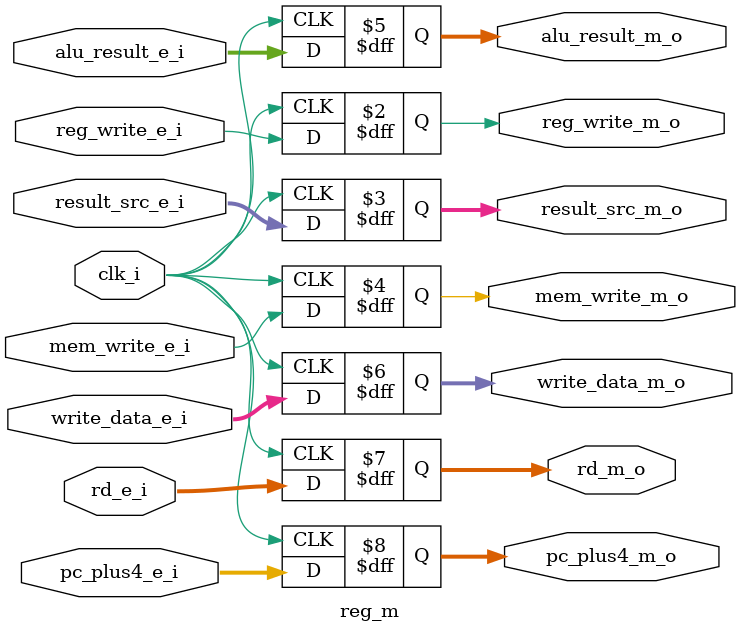
<source format=sv>
/*
 * Register file for Execute -> Memory stage
 */
module reg_m(input  logic        clk_i,
             input  logic        reg_write_e_i,
             input  logic [1:0]  result_src_e_i,
             input  logic        mem_write_e_i,
             input  logic [31:0] alu_result_e_i,
             input  logic [31:0] write_data_e_i, 
             input  logic [4:0]  rd_e_i,
             input  logic [31:0] pc_plus4_e_i,
             output logic        reg_write_m_o,
             output logic [1:0]  result_src_m_o,
             output logic        mem_write_m_o,
             output logic [31:0] alu_result_m_o,
             output logic [31:0] write_data_m_o,
             output logic [4:0]  rd_m_o,
             output logic [31:0] pc_plus4_m_o);

  always_ff @(posedge clk_i) begin
    reg_write_m_o   <= reg_write_e_i;
    result_src_m_o  <= result_src_e_i;
    mem_write_m_o   <= mem_write_e_i;
    alu_result_m_o  <= alu_result_e_i;
    write_data_m_o  <= write_data_e_i;
    rd_m_o          <= rd_e_i;
    pc_plus4_m_o    <= pc_plus4_e_i;
  end

endmodule

</source>
